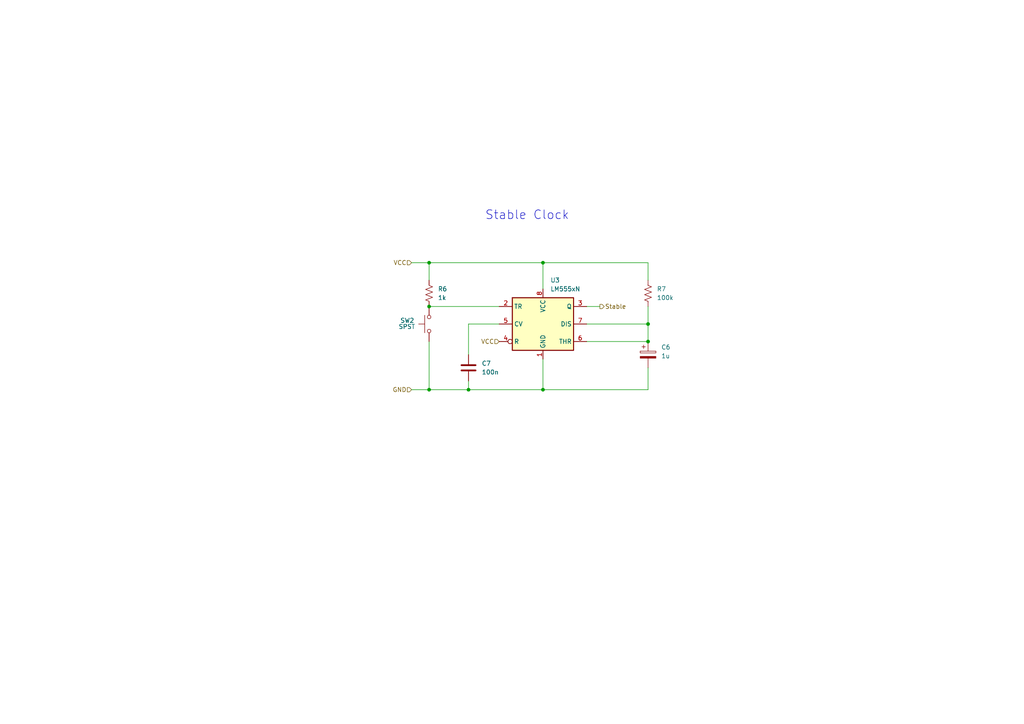
<source format=kicad_sch>
(kicad_sch (version 20250114) (generator "eeschema") (generator_version "9.0")
  (paper "A4")
  (title_block (title "Stable Clock") (date "2025-11-16") (rev "1.0") (company "Marco Vettigli"))
  (lib_symbols
    (symbol "Device:C" (pin_numbers (hide yes)) (pin_names (offset 0.254))
      (property "Reference" "C" (at 0.635 2.54 0))
      (property "Value" "C" (at 0.635 -2.54 0))
      (symbol "C_0_1"
        (polyline (pts (xy -2.032 0.762) (xy 2.032 0.762)) (stroke (width 0.508)))
        (polyline (pts (xy -2.032 -0.762) (xy 2.032 -0.762)) (stroke (width 0.508)))
      )
      (symbol "C_1_1"
        (pin passive line (at 0 3.81 270) (length 2.794) (name "~") (number "1"))
        (pin passive line (at 0 -3.81 90) (length 2.794) (name "~") (number "2"))
      )
    )
    (symbol "Device:C_Polarized" (pin_numbers (hide yes)) (pin_names (offset 0.254))
      (property "Reference" "C" (at 0.635 2.54 0))
      (property "Value" "C_Polarized" (at 0.635 -2.54 0))
      (symbol "C_Polarized_0_1"
        (rectangle (start -2.286 0.508) (end 2.286 1.016))
        (polyline (pts (xy -1.778 2.286) (xy -0.762 2.286)))
        (polyline (pts (xy -1.27 2.794) (xy -1.27 1.778)))
        (rectangle (start 2.286 -0.508) (end -2.286 -1.016) (fill (type outline)))
      )
      (symbol "C_Polarized_1_1"
        (pin passive line (at 0 3.81 270) (length 2.794) (name "~") (number "1"))
        (pin passive line (at 0 -3.81 90) (length 2.794) (name "~") (number "2"))
      )
    )
    (symbol "Device:R_US" (pin_numbers (hide yes)) (pin_names (offset 0))
      (property "Reference" "R" (at 2.54 0 90))
      (property "Value" "R_US" (at -2.54 0 90))
      (symbol "R_US_0_1"
        (polyline (pts (xy 0 2.286) (xy 0 2.54)))
        (polyline (pts (xy 0 2.286) (xy 1.016 1.905) (xy 0 1.524) (xy -1.016 1.143) (xy 0 0.762)))
        (polyline (pts (xy 0 0.762) (xy 1.016 0.381) (xy 0 0) (xy -1.016 -0.381) (xy 0 -0.762)))
        (polyline (pts (xy 0 -0.762) (xy 1.016 -1.143) (xy 0 -1.524) (xy -1.016 -1.905) (xy 0 -2.286)))
        (polyline (pts (xy 0 -2.286) (xy 0 -2.54)))
      )
      (symbol "R_US_1_1"
        (pin passive line (at 0 3.81 270) (length 1.27) (name "~") (number "1"))
        (pin passive line (at 0 -3.81 90) (length 1.27) (name "~") (number "2"))
      )
    )
    (symbol "Switch:SW_Push" (pin_numbers (hide yes)) (pin_names (offset 1.016) (hide yes))
      (property "Reference" "SW" (at 1.27 2.54 0))
      (property "Value" "SW_Push" (at 0 -1.524 0))
      (symbol "SW_Push_0_1"
        (circle (center -2.032 0) (radius 0.508))
        (polyline (pts (xy 0 1.27) (xy 0 3.048)))
        (circle (center 2.032 0) (radius 0.508))
        (polyline (pts (xy 2.54 1.27) (xy -2.54 1.27)))
        (pin passive line (at -5.08 0 0) (length 2.54) (name "1") (number "1"))
        (pin passive line (at 5.08 0 180) (length 2.54) (name "2") (number "2"))
      )
    )
    (symbol "Timer:LM555xN"
      (property "Reference" "U" (at -10.16 8.89 0))
      (property "Value" "LM555xN" (at 2.54 8.89 0))
      (symbol "LM555xN_0_0"
        (pin power_in line (at 0 10.16 270) (length 2.54) (name "VCC") (number "8"))
        (pin power_in line (at 0 -10.16 90) (length 2.54) (name "GND") (number "1"))
      )
      (symbol "LM555xN_0_1"
        (rectangle (start -8.89 -7.62) (end 8.89 7.62) (stroke (width 0.254)) (fill (type background)))
        (rectangle (start -8.89 -7.62) (end 8.89 7.62) (stroke (width 0.254)) (fill (type background)))
      )
      (symbol "LM555xN_1_1"
        (pin input line (at -12.7 5.08 0) (length 3.81) (name "TR") (number "2"))
        (pin input line (at -12.7 0 0) (length 3.81) (name "CV") (number "5"))
        (pin input inverted (at -12.7 -5.08 0) (length 3.81) (name "R") (number "4"))
        (pin output line (at 12.7 5.08 180) (length 3.81) (name "Q") (number "3"))
        (pin input line (at 12.7 0 180) (length 3.81) (name "DIS") (number "7"))
        (pin input line (at 12.7 -5.08 180) (length 3.81) (name "THR") (number "6"))
      )
    )
  )
  (text "Stable Clock" (at 152.908 62.484 0) (effects (font (size 2.54 2.54))))
  (junction (at 124.46 113.03))
  (junction (at 135.89 113.03))
  (junction (at 124.46 88.9))
  (junction (at 124.46 76.2))
  (junction (at 157.48 113.03))
  (junction (at 187.96 93.98))
  (junction (at 187.96 99.06))
  (junction (at 157.48 76.2))
  (wire (pts (xy 135.89 110.49) (xy 135.89 113.03)))
  (wire (pts (xy 135.89 93.98) (xy 144.78 93.98)))
  (wire (pts (xy 124.46 113.03) (xy 135.89 113.03)))
  (wire (pts (xy 157.48 113.03) (xy 187.96 113.03)))
  (wire (pts (xy 124.46 99.06) (xy 124.46 113.03)))
  (wire (pts (xy 157.48 104.14) (xy 157.48 113.03)))
  (wire (pts (xy 124.46 76.2) (xy 157.48 76.2)))
  (wire (pts (xy 135.89 93.98) (xy 135.89 102.87)))
  (wire (pts (xy 187.96 106.68) (xy 187.96 113.03)))
  (wire (pts (xy 135.89 113.03) (xy 157.48 113.03)))
  (wire (pts (xy 187.96 93.98) (xy 187.96 99.06)))
  (wire (pts (xy 119.38 76.2) (xy 124.46 76.2)))
  (wire (pts (xy 124.46 88.9) (xy 144.78 88.9)))
  (wire (pts (xy 170.18 99.06) (xy 187.96 99.06)))
  (wire (pts (xy 157.48 76.2) (xy 187.96 76.2)))
  (wire (pts (xy 187.96 76.2) (xy 187.96 81.28)))
  (wire (pts (xy 170.18 88.9) (xy 173.99 88.9)))
  (wire (pts (xy 187.96 88.9) (xy 187.96 93.98)))
  (wire (pts (xy 119.38 113.03) (xy 124.46 113.03)))
  (wire (pts (xy 157.48 76.2) (xy 157.48 83.82)))
  (wire (pts (xy 124.46 76.2) (xy 124.46 81.28)))
  (wire (pts (xy 170.18 93.98) (xy 187.96 93.98)))
  (hierarchical_label "Stable" (shape output) (at 173.99 88.9 0))
  (hierarchical_label "VCC" (shape input) (at 144.78 99.06 180))
  (hierarchical_label "VCC" (shape input) (at 119.38 76.2 180))
  (hierarchical_label "GND" (shape input) (at 119.38 113.03 180))
  (symbol (lib_id "Device:R_US") (at 187.96 85.09 180) (unit 1)
    (property "Reference" "R7" (at 190.5 83.8199 0) (effects (justify right)))
    (property "Value" "100k" (at 190.5 86.3599 0) (effects (justify right)))
    (property "Footprint" "Resistor_THT:R_Axial_DIN0207_L6.3mm_D2.5mm_P10.16mm_Horizontal" (effects (hide yes)))
    (property "Description" "Resistor, US symbol" (effects (hide yes)))
  )
  (symbol (lib_id "Device:C_Polarized") (at 187.96 102.87 0) (unit 1)
    (property "Reference" "C6" (at 191.77 100.7109 0) (effects (justify left)))
    (property "Value" "1u" (at 191.77 103.2509 0) (effects (justify left)))
    (property "Footprint" "Capacitor_THT:CP_Radial_D5.0mm_P2.50mm" (effects (hide yes)))
    (property "Description" "Polarized capacitor" (effects (hide yes)))
  )
  (symbol (lib_id "Device:C") (at 135.89 106.68 0) (unit 1)
    (property "Reference" "C7" (at 139.7 105.4099 0) (effects (justify left)))
    (property "Value" "100n" (at 139.7 107.9499 0) (effects (justify left)))
    (property "Footprint" "Capacitor_THT:C_Disc_D3.0mm_W1.6mm_P2.50mm" (effects (hide yes)))
    (property "Description" "Unpolarized capacitor" (effects (hide yes)))
  )
  (symbol (lib_id "Switch:SW_Push") (at 124.46 93.98 90) (unit 1)
    (property "Reference" "SW2" (at 116.078 92.964 90) (effects (justify right)))
    (property "Value" "SPST" (at 115.57 94.742 90) (effects (justify right)))
    (property "Footprint" "Custom:SW-TH_G-SWITCH-PS-22F03N" (effects (hide yes)))
    (property "Description" "Push button switch, generic, two pins" (effects (hide yes)))
  )
  (symbol (lib_id "Device:R_US") (at 124.46 85.09 180) (unit 1)
    (property "Reference" "R6" (at 127 83.8199 0) (effects (justify right)))
    (property "Value" "1k" (at 127 86.3599 0) (effects (justify right)))
    (property "Footprint" "Resistor_THT:R_Axial_DIN0207_L6.3mm_D2.5mm_P10.16mm_Horizontal" (effects (hide yes)))
    (property "Description" "Resistor, US symbol" (effects (hide yes)))
  )
  (symbol (lib_id "Timer:LM555xN") (at 157.48 93.98 0) (unit 1)
    (property "Reference" "U3" (at 159.6233 81.28 0) (effects (justify left)))
    (property "Value" "LM555xN" (at 159.6233 83.82 0) (effects (justify left)))
    (property "Footprint" "Package_DIP:DIP-8_W7.62mm" (effects (hide yes)))
    (property "Datasheet" "http://www.ti.com/lit/ds/symlink/lm555.pdf" (effects (hide yes)))
    (property "Description" "Timer, 555 compatible, PDIP-8" (effects (hide yes)))
  )
)
</source>
